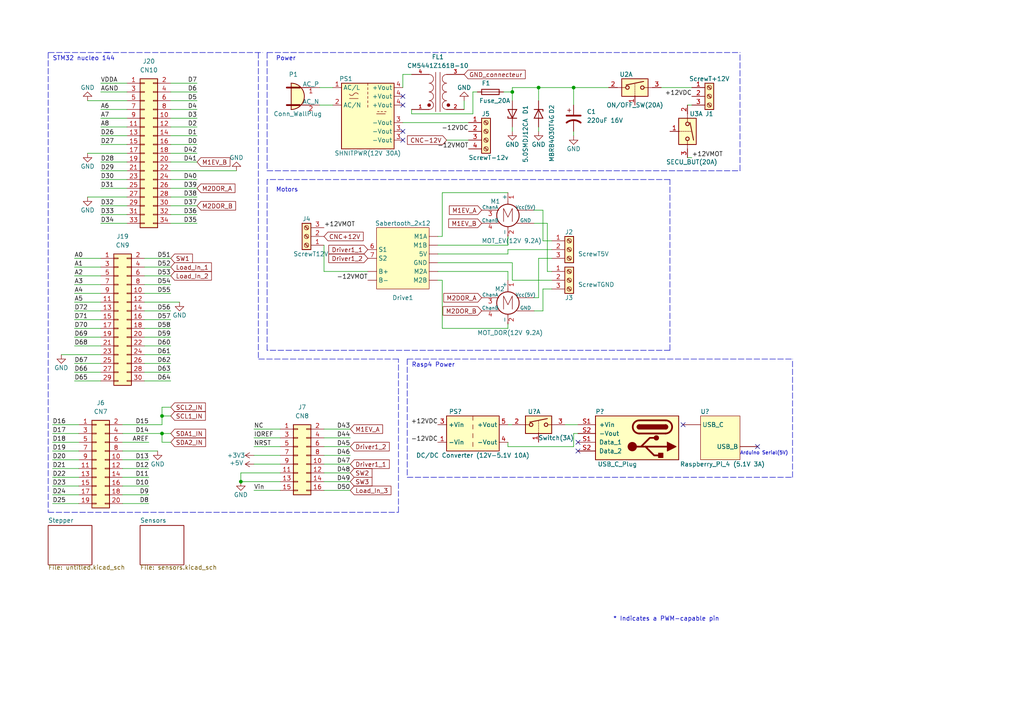
<source format=kicad_sch>
(kicad_sch (version 20211123) (generator eeschema)
  (paper "A4")
  (title_block (title "ExoFlex Electric Schematic") (date "2022-11-01"))
  (lib_symbols
    (symbol "Analog_Switch:DG308AxY"
      (property "Reference" "U" (at -3.175 5.334 0))
      (property "Value" "DG308AxY" (at -3.175 3.556 0))
      (symbol "DG308AxY_1_1"
        (pin input line (at 0 -5.08 90) (length 2.54) (name "~") (number "1"))
        (pin passive line (at -7.62 0 0) (length 2.54) (name "~") (number "2"))
        (pin passive line (at 7.62 0 180) (length 2.54) (name "~") (number "3"))
      )
      (symbol "DG308AxY_2_1"
        (pin passive line (at -7.62 0 0) (length 2.54) (name "~") (number "6"))
        (pin passive line (at 7.62 0 180) (length 2.54) (name "~") (number "7"))
        (pin input line (at 0 -5.08 90) (length 2.54) (name "~") (number "8"))
      )
      (symbol "DG308AxY_3_1"
        (pin passive line (at -7.62 0 0) (length 2.54) (name "~") (number "10"))
        (pin passive line (at 7.62 0 180) (length 2.54) (name "~") (number "11"))
        (pin input line (at 0 -5.08 90) (length 2.54) (name "~") (number "9"))
      )
      (symbol "DG308AxY_4_1"
        (pin passive line (at 7.62 0 180) (length 2.54) (name "~") (number "14"))
        (pin passive line (at -7.62 0 0) (length 2.54) (name "~") (number "15"))
        (pin input line (at 0 -5.08 90) (length 2.54) (name "~") (number "16"))
      )
      (symbol "DG308AxY_5_0"
        (pin no_connect line (at 2.54 10.16 270) (length 2.54) hide (name "NC") (number "12"))
        (pin power_in line (at 0 12.7 270) (length 2.54) (name "V+") (number "13"))
        (pin power_in line (at 2.54 -12.7 90) (length 2.54) (name "V-") (number "4"))
        (pin power_in line (at 0 -12.7 90) (length 2.54) (name "GND") (number "5"))
      )
    )
    (symbol "CM5441Z161B-10:CM5441Z161B-10" (pin_names (offset 1.016))
      (property "Reference" "FL" (at -5.0839 7.6279 0))
      (property "Value" "CM5441Z161B-10" (at -5.0814 -7.6227 0))
      (symbol "CM5441Z161B-10_0_0"
        (pin passive line (at 7.62 5.08 180) (length 5.08) (name "~") (number "1"))
        (pin passive line (at -7.62 5.08 0) (length 5.08) (name "~") (number "2"))
        (pin passive line (at -7.62 -5.08 0) (length 5.08) (name "~") (number "3"))
        (pin passive line (at 7.62 -5.08 180) (length 5.08) (name "~") (number "4"))
      )
    )
    (symbol "Connector:Conn_WallPlug" (pin_names (offset 0))
      (property "Reference" "P" (at -1.27 4.445 0))
      (property "Value" "Conn_WallPlug" (at -5.715 0 90))
      (symbol "Conn_WallPlug_1_1"
        (pin power_out line (at 5.08 2.54 180) (length 5.08) (name "AC_P") (number "1"))
        (pin power_out line (at 5.08 -2.54 180) (length 5.08) (name "AC_N") (number "2"))
      )
    )
    (symbol "Connector:Raspberry_Pi_4"
      (property "Reference" "U?" (at 3.81 -5.08 0))
      (property "Value" "Raspberry_Pi_4 ( 5.1V 3A)" (at 3.81 -1.27 0))
      (symbol "Raspberry_Pi_4_1_1"
        (pin output line (at 13.97 3.81 180) (length 5.08) (name "USB_B") (number ""))
        (pin input line (at -7.62 10.16 0) (length 5.08) (name "USB_C") (number ""))
      )
    )
    (symbol "Connector:Screw_Terminal_01x03" (pin_names (offset 1.016) hide)
      (property "Reference" "J" (at 0 5.08 0))
      (property "Value" "Screw_Terminal_01x03" (at 0 -5.08 0))
      (symbol "Screw_Terminal_01x03_1_1"
        (pin passive line (at -5.08 2.54 0) (length 3.81) (name "Pin_1") (number "1"))
        (pin passive line (at -5.08 0 0) (length 3.81) (name "Pin_2") (number "2"))
        (pin passive line (at -5.08 -2.54 0) (length 3.81) (name "Pin_3") (number "3"))
      )
    )
    (symbol "Connector:Screw_Terminal_01x04" (pin_names (offset 1.016) hide)
      (property "Reference" "J" (at 0 5.08 0))
      (property "Value" "Screw_Terminal_01x04" (at 0 -7.62 0))
      (symbol "Screw_Terminal_01x04_1_1"
        (pin passive line (at -5.08 2.54 0) (length 3.81) (name "Pin_1") (number "1"))
        (pin passive line (at -5.08 0 0) (length 3.81) (name "Pin_2") (number "2"))
        (pin passive line (at -5.08 -2.54 0) (length 3.81) (name "Pin_3") (number "3"))
        (pin passive line (at -5.08 -5.08 0) (length 3.81) (name "Pin_4") (number "4"))
      )
    )
    (symbol "Connector:USB_C_Plug" (pin_names (offset 1.016))
      (property "Reference" "P?" (at 33.02 0 0))
      (property "Value" "USB_C_Plug" (at -22.86 12.7 90))
      (symbol "USB_C_Plug_1_1"
        (pin passive line (at -7.62 -40.64 90) (length 5.08) (name "+Vin") (number "S1"))
        (pin passive line (at -2.54 -40.64 90) (length 5.08) (name "Data_1") (number "S1"))
        (pin passive line (at -5.08 -40.64 90) (length 5.08) (name "-Vout") (number "S2"))
        (pin passive line (at 0 -40.64 90) (length 5.08) (name "Data_2") (number "S2"))
      )
    )
    (symbol "Connector_Generic:Conn_02x08_Odd_Even" (pin_names (offset 1.016) hide)
      (property "Reference" "J" (at 1.27 10.16 0))
      (property "Value" "Conn_02x08_Odd_Even" (at 1.27 -12.7 0))
      (symbol "Conn_02x08_Odd_Even_1_1"
        (pin passive line (at -5.08 7.62 0) (length 3.81) (name "Pin_1") (number "1"))
        (pin passive line (at 7.62 -2.54 180) (length 3.81) (name "Pin_10") (number "10"))
        (pin passive line (at -5.08 -5.08 0) (length 3.81) (name "Pin_11") (number "11"))
        (pin passive line (at 7.62 -5.08 180) (length 3.81) (name "Pin_12") (number "12"))
        (pin passive line (at -5.08 -7.62 0) (length 3.81) (name "Pin_13") (number "13"))
        (pin passive line (at 7.62 -7.62 180) (length 3.81) (name "Pin_14") (number "14"))
        (pin passive line (at -5.08 -10.16 0) (length 3.81) (name "Pin_15") (number "15"))
        (pin passive line (at 7.62 -10.16 180) (length 3.81) (name "Pin_16") (number "16"))
        (pin passive line (at 7.62 7.62 180) (length 3.81) (name "Pin_2") (number "2"))
        (pin passive line (at -5.08 5.08 0) (length 3.81) (name "Pin_3") (number "3"))
        (pin passive line (at 7.62 5.08 180) (length 3.81) (name "Pin_4") (number "4"))
        (pin passive line (at -5.08 2.54 0) (length 3.81) (name "Pin_5") (number "5"))
        (pin passive line (at 7.62 2.54 180) (length 3.81) (name "Pin_6") (number "6"))
        (pin passive line (at -5.08 0 0) (length 3.81) (name "Pin_7") (number "7"))
        (pin passive line (at 7.62 0 180) (length 3.81) (name "Pin_8") (number "8"))
        (pin passive line (at -5.08 -2.54 0) (length 3.81) (name "Pin_9") (number "9"))
      )
    )
    (symbol "Connector_Generic:Conn_02x10_Odd_Even" (pin_names (offset 1.016) hide)
      (property "Reference" "J" (at 1.27 12.7 0))
      (property "Value" "Conn_02x10_Odd_Even" (at 1.27 -15.24 0))
      (symbol "Conn_02x10_Odd_Even_1_1"
        (pin passive line (at -5.08 10.16 0) (length 3.81) (name "Pin_1") (number "1"))
        (pin passive line (at 7.62 0 180) (length 3.81) (name "Pin_10") (number "10"))
        (pin passive line (at -5.08 -2.54 0) (length 3.81) (name "Pin_11") (number "11"))
        (pin passive line (at 7.62 -2.54 180) (length 3.81) (name "Pin_12") (number "12"))
        (pin passive line (at -5.08 -5.08 0) (length 3.81) (name "Pin_13") (number "13"))
        (pin passive line (at 7.62 -5.08 180) (length 3.81) (name "Pin_14") (number "14"))
        (pin passive line (at -5.08 -7.62 0) (length 3.81) (name "Pin_15") (number "15"))
        (pin passive line (at 7.62 -7.62 180) (length 3.81) (name "Pin_16") (number "16"))
        (pin passive line (at -5.08 -10.16 0) (length 3.81) (name "Pin_17") (number "17"))
        (pin passive line (at 7.62 -10.16 180) (length 3.81) (name "Pin_18") (number "18"))
        (pin passive line (at -5.08 -12.7 0) (length 3.81) (name "Pin_19") (number "19"))
        (pin passive line (at 7.62 10.16 180) (length 3.81) (name "Pin_2") (number "2"))
        (pin passive line (at 7.62 -12.7 180) (length 3.81) (name "Pin_20") (number "20"))
        (pin passive line (at -5.08 7.62 0) (length 3.81) (name "Pin_3") (number "3"))
        (pin passive line (at 7.62 7.62 180) (length 3.81) (name "Pin_4") (number "4"))
        (pin passive line (at -5.08 5.08 0) (length 3.81) (name "Pin_5") (number "5"))
        (pin passive line (at 7.62 5.08 180) (length 3.81) (name "Pin_6") (number "6"))
        (pin passive line (at -5.08 2.54 0) (length 3.81) (name "Pin_7") (number "7"))
        (pin passive line (at 7.62 2.54 180) (length 3.81) (name "Pin_8") (number "8"))
        (pin passive line (at -5.08 0 0) (length 3.81) (name "Pin_9") (number "9"))
      )
    )
    (symbol "Connector_Generic:Conn_02x15_Odd_Even" (pin_names (offset 1.016) hide)
      (property "Reference" "J" (at 1.27 20.32 0))
      (property "Value" "Conn_02x15_Odd_Even" (at 1.27 -20.32 0))
      (symbol "Conn_02x15_Odd_Even_1_1"
        (pin passive line (at -5.08 17.78 0) (length 3.81) (name "Pin_1") (number "1"))
        (pin passive line (at 7.62 7.62 180) (length 3.81) (name "Pin_10") (number "10"))
        (pin passive line (at -5.08 5.08 0) (length 3.81) (name "Pin_11") (number "11"))
        (pin passive line (at 7.62 5.08 180) (length 3.81) (name "Pin_12") (number "12"))
        (pin passive line (at -5.08 2.54 0) (length 3.81) (name "Pin_13") (number "13"))
        (pin passive line (at 7.62 2.54 180) (length 3.81) (name "Pin_14") (number "14"))
        (pin passive line (at -5.08 0 0) (length 3.81) (name "Pin_15") (number "15"))
        (pin passive line (at 7.62 0 180) (length 3.81) (name "Pin_16") (number "16"))
        (pin passive line (at -5.08 -2.54 0) (length 3.81) (name "Pin_17") (number "17"))
        (pin passive line (at 7.62 -2.54 180) (length 3.81) (name "Pin_18") (number "18"))
        (pin passive line (at -5.08 -5.08 0) (length 3.81) (name "Pin_19") (number "19"))
        (pin passive line (at 7.62 17.78 180) (length 3.81) (name "Pin_2") (number "2"))
        (pin passive line (at 7.62 -5.08 180) (length 3.81) (name "Pin_20") (number "20"))
        (pin passive line (at -5.08 -7.62 0) (length 3.81) (name "Pin_21") (number "21"))
        (pin passive line (at 7.62 -7.62 180) (length 3.81) (name "Pin_22") (number "22"))
        (pin passive line (at -5.08 -10.16 0) (length 3.81) (name "Pin_23") (number "23"))
        (pin passive line (at 7.62 -10.16 180) (length 3.81) (name "Pin_24") (number "24"))
        (pin passive line (at -5.08 -12.7 0) (length 3.81) (name "Pin_25") (number "25"))
        (pin passive line (at 7.62 -12.7 180) (length 3.81) (name "Pin_26") (number "26"))
        (pin passive line (at -5.08 -15.24 0) (length 3.81) (name "Pin_27") (number "27"))
        (pin passive line (at 7.62 -15.24 180) (length 3.81) (name "Pin_28") (number "28"))
        (pin passive line (at -5.08 -17.78 0) (length 3.81) (name "Pin_29") (number "29"))
        (pin passive line (at -5.08 15.24 0) (length 3.81) (name "Pin_3") (number "3"))
        (pin passive line (at 7.62 -17.78 180) (length 3.81) (name "Pin_30") (number "30"))
        (pin passive line (at 7.62 15.24 180) (length 3.81) (name "Pin_4") (number "4"))
        (pin passive line (at -5.08 12.7 0) (length 3.81) (name "Pin_5") (number "5"))
        (pin passive line (at 7.62 12.7 180) (length 3.81) (name "Pin_6") (number "6"))
        (pin passive line (at -5.08 10.16 0) (length 3.81) (name "Pin_7") (number "7"))
        (pin passive line (at 7.62 10.16 180) (length 3.81) (name "Pin_8") (number "8"))
        (pin passive line (at -5.08 7.62 0) (length 3.81) (name "Pin_9") (number "9"))
      )
    )
    (symbol "Connector_Generic:Conn_02x17_Odd_Even" (pin_names (offset 1.016) hide)
      (property "Reference" "J" (at 1.27 22.86 0))
      (property "Value" "Conn_02x17_Odd_Even" (at 1.27 -22.86 0))
      (symbol "Conn_02x17_Odd_Even_1_1"
        (pin passive line (at -5.08 20.32 0) (length 3.81) (name "Pin_1") (number "1"))
        (pin passive line (at 7.62 10.16 180) (length 3.81) (name "Pin_10") (number "10"))
        (pin passive line (at -5.08 7.62 0) (length 3.81) (name "Pin_11") (number "11"))
        (pin passive line (at 7.62 7.62 180) (length 3.81) (name "Pin_12") (number "12"))
        (pin passive line (at -5.08 5.08 0) (length 3.81) (name "Pin_13") (number "13"))
        (pin passive line (at 7.62 5.08 180) (length 3.81) (name "Pin_14") (number "14"))
        (pin passive line (at -5.08 2.54 0) (length 3.81) (name "Pin_15") (number "15"))
        (pin passive line (at 7.62 2.54 180) (length 3.81) (name "Pin_16") (number "16"))
        (pin passive line (at -5.08 0 0) (length 3.81) (name "Pin_17") (number "17"))
        (pin passive line (at 7.62 0 180) (length 3.81) (name "Pin_18") (number "18"))
        (pin passive line (at -5.08 -2.54 0) (length 3.81) (name "Pin_19") (number "19"))
        (pin passive line (at 7.62 20.32 180) (length 3.81) (name "Pin_2") (number "2"))
        (pin passive line (at 7.62 -2.54 180) (length 3.81) (name "Pin_20") (number "20"))
        (pin passive line (at -5.08 -5.08 0) (length 3.81) (name "Pin_21") (number "21"))
        (pin passive line (at 7.62 -5.08 180) (length 3.81) (name "Pin_22") (number "22"))
        (pin passive line (at -5.08 -7.62 0) (length 3.81) (name "Pin_23") (number "23"))
        (pin passive line (at 7.62 -7.62 180) (length 3.81) (name "Pin_24") (number "24"))
        (pin passive line (at -5.08 -10.16 0) (length 3.81) (name "Pin_25") (number "25"))
        (pin passive line (at 7.62 -10.16 180) (length 3.81) (name "Pin_26") (number "26"))
        (pin passive line (at -5.08 -12.7 0) (length 3.81) (name "Pin_27") (number "27"))
        (pin passive line (at 7.62 -12.7 180) (length 3.81) (name "Pin_28") (number "28"))
        (pin passive line (at -5.08 -15.24 0) (length 3.81) (name "Pin_29") (number "29"))
        (pin passive line (at -5.08 17.78 0) (length 3.81) (name "Pin_3") (number "3"))
        (pin passive line (at 7.62 -15.24 180) (length 3.81) (name "Pin_30") (number "30"))
        (pin passive line (at -5.08 -17.78 0) (length 3.81) (name "Pin_31") (number "31"))
        (pin passive line (at 7.62 -17.78 180) (length 3.81) (name "Pin_32") (number "32"))
        (pin passive line (at -5.08 -20.32 0) (length 3.81) (name "Pin_33") (number "33"))
        (pin passive line (at 7.62 -20.32 180) (length 3.81) (name "Pin_34") (number "34"))
        (pin passive line (at 7.62 17.78 180) (length 3.81) (name "Pin_4") (number "4"))
        (pin passive line (at -5.08 15.24 0) (length 3.81) (name "Pin_5") (number "5"))
        (pin passive line (at 7.62 15.24 180) (length 3.81) (name "Pin_6") (number "6"))
        (pin passive line (at -5.08 12.7 0) (length 3.81) (name "Pin_7") (number "7"))
        (pin passive line (at 7.62 12.7 180) (length 3.81) (name "Pin_8") (number "8"))
        (pin passive line (at -5.08 10.16 0) (length 3.81) (name "Pin_9") (number "9"))
      )
    )
    (symbol "Converter_ACDC:HLK-PM01"
      (property "Reference" "PS1" (at 0 8.89 0))
      (property "Value" "SHNITPWR(12V 30A)" (at 0 6.35 0))
      (symbol "HLK-PM01_1_1"
        (pin power_in line (at -10.16 2.54 0) (length 2.54) (name "AC/L") (number "1"))
        (pin power_in line (at -10.16 -2.54 0) (length 2.54) (name "AC/N") (number "2"))
        (pin power_out line (at 10.16 -12.7 180) (length 2.54) (name "-Vout") (number "3"))
        (pin power_out line (at 10.16 -10.16 180) (length 2.54) (name "-Vout") (number "3"))
        (pin power_out line (at 10.16 -7.62 180) (length 2.54) (name "-Vout") (number "3"))
        (pin power_out line (at 10.16 -2.54 180) (length 2.54) (name "+Vout") (number "4"))
        (pin power_out line (at 10.16 0 180) (length 2.54) (name "+Vout") (number "4"))
        (pin power_out line (at 10.16 2.54 180) (length 2.54) (name "+Vout") (number "4"))
      )
    )
    (symbol "Converter_DCDC:IA0305D"
      (property "Reference" "PS1" (at 0 13.97 0))
      (property "Value" "DC/DC Converter (12V-5.1V 10A)" (at 0 7.62 0))
      (symbol "IA0305D_0_0"
        (pin power_in line (at -10.16 -2.54 0) (length 2.54) (name "-Vin") (number "1"))
        (pin power_in line (at -10.16 2.54 0) (length 2.54) (name "+Vin") (number "3"))
        (pin power_out line (at 10.16 -2.54 180) (length 2.54) (name "-Vout") (number "4"))
        (pin power_out line (at 10.16 2.54 180) (length 2.54) (name "+Vout") (number "5"))
      )
      (symbol "IA0305D_1_1"
        (pin no_connect line (at 0 -5.08 90) (length 2.54) hide (name "NC") (number "2"))
      )
    )
    (symbol "Device:C_Polarized_US" (pin_numbers hide) (pin_names (offset 0.254) hide)
      (property "Reference" "C" (at 0.635 2.54 0))
      (property "Value" "C_Polarized_US" (at 0.635 -2.54 0))
      (symbol "C_Polarized_US_1_1"
        (pin passive line (at 0 3.81 270) (length 2.794) (name "~") (number "1"))
        (pin passive line (at 0 -3.81 90) (length 3.302) (name "~") (number "2"))
      )
    )
    (symbol "Device:D_Zener" (pin_numbers hide) (pin_names (offset 1.016) hide)
      (property "Reference" "D" (at 0 2.54 0))
      (property "Value" "D_Zener" (at 0 -2.54 0))
      (symbol "D_Zener_1_1"
        (pin passive line (at -3.81 0 0) (length 2.54) (name "K") (number "1"))
        (pin passive line (at 3.81 0 180) (length 2.54) (name "A") (number "2"))
      )
    )
    (symbol "Device:Fuse" (pin_numbers hide) (pin_names (offset 0))
      (property "Reference" "F" (at 2.032 0 90))
      (property "Value" "Fuse" (at -1.905 0 90))
      (symbol "Fuse_1_1"
        (pin passive line (at 0 3.81 270) (length 1.27) (name "~") (number "1"))
        (pin passive line (at 0 -3.81 90) (length 1.27) (name "~") (number "2"))
      )
    )
    (symbol "Driver_Motor:Sabertooth_2x12"
      (property "Reference" "Drive1" (at 0 13.97 0))
      (property "Value" "Sabertooth_2x12" (at 0 11.43 0))
      (symbol "Sabertooth_2x12_1_1"
        (pin output line (at 10.16 1.27 180) (length 2.54) (name "5V") (number ""))
        (pin output line (at -10.16 -3.81 0) (length 2.54) (name "B+") (number ""))
        (pin output line (at -10.16 -6.35 0) (length 2.54) (name "B-") (number ""))
        (pin output line (at 10.16 -1.27 180) (length 2.54) (name "GND") (number ""))
        (pin output line (at 10.16 6.35 180) (length 2.54) (name "M1A") (number ""))
        (pin output line (at 10.16 3.81 180) (length 2.54) (name "M1B") (number ""))
        (pin output line (at 10.16 -3.81 180) (length 2.54) (name "M2A") (number ""))
        (pin output line (at 10.16 -6.35 180) (length 2.54) (name "M2B") (number ""))
        (pin input line (at -10.16 2.54 0) (length 2.54) (name "S1") (number "6"))
        (pin input line (at -10.16 0 0) (length 2.54) (name "S2") (number "7"))
      )
    )
    (symbol "Motor_DC_1" (pin_names (offset 0))
      (property "Reference" "M1" (at -5.08 2.54 0))
      (property "Value" "MOT_EV(12V 9.2A)" (at -8.89 6.35 0))
      (symbol "Motor_DC_1_1_1"
        (pin output line (at 7.62 -3.81 180) (length 5) (name "GND") (number ""))
        (pin output line (at 7.62 0 180) (length 5) (name "Vcc(5V)") (number ""))
        (pin passive line (at 0 5.08 270) (length 2.54) (name "+") (number "1"))
        (pin passive line (at 0 -7.62 90) (length 2.54) (name "-") (number "2"))
        (pin output line (at -7.62 0 0) (length 5) (name "ChanA") (number "3"))
        (pin output line (at -7.62 -3.81 0) (length 5) (name "ChanB") (number "4"))
      )
    )
    (symbol "power:+3V3" (power) (pin_names (offset 0))
      (property "Value" "+3V3" (at 0 3.556 0))
      (symbol "+3V3_1_1"
        (pin power_in line (at 0 0 90) (length 0) hide (name "+3V3") (number "1"))
      )
    )
    (symbol "power:+5V" (power) (pin_names (offset 0))
      (property "Value" "+5V" (at 0 3.556 0))
      (symbol "+5V_1_1"
        (pin power_in line (at 0 0 90) (length 0) hide (name "+5V") (number "1"))
      )
    )
    (symbol "power:GND" (power) (pin_names (offset 0))
      (property "Value" "GND" (at 0 -3.81 0))
      (symbol "GND_1_1"
        (pin power_in line (at 0 0 270) (length 0) hide (name "GND") (number "1"))
      )
    )
  )
  (junction (at 156.21 25.4))
  (junction (at 148.59 26.67))
  (junction (at 46.99 125.73))
  (junction (at 166.37 25.4))
  (junction (at 46.99 120.65))
  (junction (at 69.85 139.7))
  (no_connect (at 116.84 40.64))
  (no_connect (at 116.84 30.48))
  (no_connect (at 116.84 27.94))
  (no_connect (at 198.12 123.19))
  (no_connect (at 167.64 130.81))
  (no_connect (at 116.84 38.1))
  (no_connect (at 167.64 128.27))
  (no_connect (at 219.71 129.54))
  (wire (pts (xy 21.59 77.47) (xy 29.21 77.47)))
  (wire (pts (xy 29.21 26.67) (xy 36.83 26.67)))
  (wire (pts (xy 128.27 55.88) (xy 147.32 55.88)))
  (wire (pts (xy 35.56 143.51) (xy 43.18 143.51)))
  (wire (pts (xy 157.48 83.82) (xy 157.48 90.17)))
  (wire (pts (xy 35.56 123.19) (xy 46.99 123.19)))
  (wire (pts (xy 127 73.66) (xy 147.32 73.66)))
  (wire (pts (xy 69.85 139.7) (xy 81.28 139.7)))
  (polyline (pts (xy 118.11 104.14) (xy 229.87 104.14)))
  (wire (pts (xy 93.98 124.46) (xy 101.6 124.46)))
  (wire (pts (xy 49.53 64.77) (xy 57.15 64.77)))
  (wire (pts (xy 21.59 100.33) (xy 29.21 100.33)))
  (wire (pts (xy 41.91 87.63) (xy 52.07 87.63)))
  (wire (pts (xy 156.21 74.93) (xy 156.21 86.36)))
  (wire (pts (xy 21.59 107.95) (xy 29.21 107.95)))
  (polyline (pts (xy 168.91 15.24) (xy 214.63 15.24)))
  (wire (pts (xy 41.91 100.33) (xy 49.53 100.33)))
  (wire (pts (xy 146.05 26.67) (xy 148.59 26.67)))
  (wire (pts (xy 15.24 133.35) (xy 22.86 133.35)))
  (polyline (pts (xy 118.11 138.43) (xy 229.87 138.43)))
  (polyline (pts (xy 77.47 15.24) (xy 77.47 49.53)))
  (polyline (pts (xy 115.57 104.14) (xy 74.93 104.14)))
  (wire (pts (xy 41.91 105.41) (xy 49.53 105.41)))
  (wire (pts (xy 156.21 25.4) (xy 156.21 29.21)))
  (wire (pts (xy 166.37 38.1) (xy 166.37 39.37)))
  (wire (pts (xy 15.24 146.05) (xy 22.86 146.05)))
  (wire (pts (xy 148.59 38.1) (xy 148.59 36.83)))
  (wire (pts (xy 21.59 110.49) (xy 29.21 110.49)))
  (polyline (pts (xy 13.97 15.24) (xy 13.97 148.59)))
  (polyline (pts (xy 115.57 148.59) (xy 115.57 114.3)))
  (polyline (pts (xy 118.11 104.14) (xy 118.11 138.43)))
  (wire (pts (xy 35.56 135.89) (xy 43.18 135.89)))
  (wire (pts (xy 73.66 129.54) (xy 81.28 129.54)))
  (wire (pts (xy 41.91 95.25) (xy 49.53 95.25)))
  (polyline (pts (xy 229.87 138.43) (xy 229.87 104.14)))
  (wire (pts (xy 49.53 24.13) (xy 57.15 24.13)))
  (wire (pts (xy 41.91 80.01) (xy 49.53 80.01)))
  (wire (pts (xy 128.27 55.88) (xy 128.27 68.58)))
  (wire (pts (xy 46.99 125.73) (xy 46.99 128.27)))
  (wire (pts (xy 148.59 76.2) (xy 148.59 81.28)))
  (wire (pts (xy 15.24 138.43) (xy 22.86 138.43)))
  (wire (pts (xy 41.91 82.55) (xy 49.53 82.55)))
  (wire (pts (xy 129.54 40.64) (xy 135.89 40.64)))
  (wire (pts (xy 93.98 78.74) (xy 106.68 78.74)))
  (wire (pts (xy 49.53 31.75) (xy 57.15 31.75)))
  (wire (pts (xy 127 76.2) (xy 148.59 76.2)))
  (polyline (pts (xy 194.31 101.6) (xy 194.31 52.07)))
  (wire (pts (xy 46.99 120.65) (xy 46.99 123.19)))
  (wire (pts (xy 15.24 125.73) (xy 22.86 125.73)))
  (wire (pts (xy 49.53 52.07) (xy 57.15 52.07)))
  (wire (pts (xy 29.21 41.91) (xy 36.83 41.91)))
  (wire (pts (xy 21.59 95.25) (xy 29.21 95.25)))
  (wire (pts (xy 148.59 81.28) (xy 160.02 81.28)))
  (wire (pts (xy 21.59 74.93) (xy 29.21 74.93)))
  (wire (pts (xy 29.21 62.23) (xy 36.83 62.23)))
  (wire (pts (xy 156.21 25.4) (xy 166.37 25.4)))
  (wire (pts (xy 25.4 29.21) (xy 36.83 29.21)))
  (wire (pts (xy 191.77 25.4) (xy 200.66 25.4)))
  (wire (pts (xy 21.59 97.79) (xy 29.21 97.79)))
  (wire (pts (xy 41.91 74.93) (xy 49.53 74.93)))
  (wire (pts (xy 41.91 107.95) (xy 49.53 107.95)))
  (wire (pts (xy 137.16 26.67) (xy 137.16 33.02)))
  (wire (pts (xy 69.85 137.16) (xy 81.28 137.16)))
  (wire (pts (xy 15.24 135.89) (xy 22.86 135.89)))
  (wire (pts (xy 73.66 142.24) (xy 81.28 142.24)))
  (wire (pts (xy 46.99 118.11) (xy 46.99 120.65)))
  (wire (pts (xy 73.66 124.46) (xy 81.28 124.46)))
  (wire (pts (xy 49.53 118.11) (xy 46.99 118.11)))
  (wire (pts (xy 147.32 68.58) (xy 147.32 71.12)))
  (wire (pts (xy 35.56 128.27) (xy 43.18 128.27)))
  (polyline (pts (xy 168.91 49.53) (xy 214.63 49.53)))
  (wire (pts (xy 116.84 21.59) (xy 119.38 21.59)))
  (wire (pts (xy 17.78 102.87) (xy 29.21 102.87)))
  (wire (pts (xy 93.98 127) (xy 101.6 127)))
  (wire (pts (xy 148.59 26.67) (xy 148.59 29.21)))
  (wire (pts (xy 137.16 26.67) (xy 138.43 26.67)))
  (wire (pts (xy 41.91 110.49) (xy 49.53 110.49)))
  (wire (pts (xy 21.59 90.17) (xy 29.21 90.17)))
  (wire (pts (xy 49.53 59.69) (xy 57.15 59.69)))
  (wire (pts (xy 166.37 25.4) (xy 176.53 25.4)))
  (wire (pts (xy 147.32 95.25) (xy 147.32 93.98)))
  (wire (pts (xy 156.21 36.83) (xy 156.21 38.1)))
  (wire (pts (xy 21.59 80.01) (xy 29.21 80.01)))
  (wire (pts (xy 15.24 123.19) (xy 22.86 123.19)))
  (wire (pts (xy 128.27 68.58) (xy 127 68.58)))
  (wire (pts (xy 147.32 129.54) (xy 166.37 129.54)))
  (wire (pts (xy 49.53 39.37) (xy 57.15 39.37)))
  (wire (pts (xy 29.21 59.69) (xy 36.83 59.69)))
  (polyline (pts (xy 77.47 15.24) (xy 168.91 15.24)))
  (wire (pts (xy 35.56 140.97) (xy 43.18 140.97)))
  (polyline (pts (xy 13.97 148.59) (xy 76.2 148.59)))
  (polyline (pts (xy 115.57 114.3) (xy 115.57 104.14)))
  (wire (pts (xy 35.56 133.35) (xy 43.18 133.35)))
  (wire (pts (xy 41.91 85.09) (xy 49.53 85.09)))
  (wire (pts (xy 29.21 64.77) (xy 36.83 64.77)))
  (wire (pts (xy 49.53 44.45) (xy 57.15 44.45)))
  (wire (pts (xy 29.21 39.37) (xy 36.83 39.37)))
  (wire (pts (xy 29.21 31.75) (xy 36.83 31.75)))
  (wire (pts (xy 157.48 83.82) (xy 160.02 83.82)))
  (wire (pts (xy 160.02 78.74) (xy 158.75 78.74)))
  (wire (pts (xy 127 71.12) (xy 147.32 71.12)))
  (wire (pts (xy 46.99 128.27) (xy 49.53 128.27)))
  (wire (pts (xy 147.32 129.54) (xy 147.32 128.27)))
  (wire (pts (xy 29.21 36.83) (xy 36.83 36.83)))
  (wire (pts (xy 148.59 25.4) (xy 148.59 26.67)))
  (wire (pts (xy 15.24 130.81) (xy 22.86 130.81)))
  (wire (pts (xy 147.32 81.28) (xy 147.32 78.74)))
  (wire (pts (xy 128.27 95.25) (xy 147.32 95.25)))
  (wire (pts (xy 127 78.74) (xy 147.32 78.74)))
  (wire (pts (xy 93.98 132.08) (xy 101.6 132.08)))
  (wire (pts (xy 21.59 105.41) (xy 29.21 105.41)))
  (wire (pts (xy 93.98 137.16) (xy 101.6 137.16)))
  (wire (pts (xy 119.38 33.02) (xy 137.16 33.02)))
  (wire (pts (xy 93.98 129.54) (xy 101.6 129.54)))
  (wire (pts (xy 166.37 25.4) (xy 166.37 30.48)))
  (wire (pts (xy 134.62 29.21) (xy 134.62 31.75)))
  (wire (pts (xy 73.66 127) (xy 81.28 127)))
  (wire (pts (xy 29.21 34.29) (xy 36.83 34.29)))
  (wire (pts (xy 29.21 54.61) (xy 36.83 54.61)))
  (wire (pts (xy 73.66 132.08) (xy 81.28 132.08)))
  (wire (pts (xy 35.56 138.43) (xy 43.18 138.43)))
  (wire (pts (xy 93.98 134.62) (xy 101.6 134.62)))
  (wire (pts (xy 21.59 85.09) (xy 29.21 85.09)))
  (wire (pts (xy 35.56 146.05) (xy 43.18 146.05)))
  (polyline (pts (xy 77.47 49.53) (xy 168.91 49.53)))
  (wire (pts (xy 35.56 125.73) (xy 46.99 125.73)))
  (wire (pts (xy 49.53 125.73) (xy 46.99 125.73)))
  (wire (pts (xy 41.91 90.17) (xy 49.53 90.17)))
  (wire (pts (xy 160.02 74.93) (xy 156.21 74.93)))
  (wire (pts (xy 154.94 86.36) (xy 156.21 86.36)))
  (wire (pts (xy 154.94 64.77) (xy 158.75 64.77)))
  (wire (pts (xy 116.84 25.4) (xy 116.84 21.59)))
  (wire (pts (xy 154.94 90.17) (xy 157.48 90.17)))
  (polyline (pts (xy 194.31 52.07) (xy 77.47 52.07)))
  (polyline (pts (xy 214.63 49.53) (xy 214.63 15.24)))
  (wire (pts (xy 49.53 54.61) (xy 57.15 54.61)))
  (wire (pts (xy 21.59 92.71) (xy 29.21 92.71)))
  (wire (pts (xy 69.85 137.16) (xy 69.85 139.7)))
  (wire (pts (xy 93.98 142.24) (xy 101.6 142.24)))
  (wire (pts (xy 92.71 30.48) (xy 96.52 30.48)))
  (wire (pts (xy 49.53 49.53) (xy 68.58 49.53)))
  (wire (pts (xy 93.98 139.7) (xy 101.6 139.7)))
  (wire (pts (xy 154.94 60.96) (xy 157.48 60.96)))
  (wire (pts (xy 92.71 25.4) (xy 96.52 25.4)))
  (wire (pts (xy 41.91 102.87) (xy 49.53 102.87)))
  (wire (pts (xy 199.39 30.48) (xy 200.66 30.48)))
  (wire (pts (xy 128.27 81.28) (xy 127 81.28)))
  (wire (pts (xy 15.24 128.27) (xy 22.86 128.27)))
  (wire (pts (xy 199.39 45.72) (xy 200.66 45.72)))
  (wire (pts (xy 29.21 49.53) (xy 36.83 49.53)))
  (polyline (pts (xy 77.47 101.6) (xy 77.47 52.07)))
  (wire (pts (xy 25.4 44.45) (xy 36.83 44.45)))
  (wire (pts (xy 21.59 82.55) (xy 29.21 82.55)))
  (wire (pts (xy 15.24 143.51) (xy 22.86 143.51)))
  (polyline (pts (xy 74.93 15.24) (xy 74.93 104.14)))
  (polyline (pts (xy 194.31 101.6) (xy 77.47 101.6)))
  (wire (pts (xy 25.4 57.15) (xy 36.83 57.15)))
  (wire (pts (xy 29.21 46.99) (xy 36.83 46.99)))
  (wire (pts (xy 157.48 69.85) (xy 157.48 60.96)))
  (wire (pts (xy 148.59 25.4) (xy 156.21 25.4)))
  (wire (pts (xy 116.84 35.56) (xy 135.89 35.56)))
  (wire (pts (xy 163.83 123.19) (xy 167.64 123.19)))
  (wire (pts (xy 35.56 130.81) (xy 45.72 130.81)))
  (wire (pts (xy 157.48 69.85) (xy 160.02 69.85)))
  (wire (pts (xy 49.53 36.83) (xy 57.15 36.83)))
  (polyline (pts (xy 76.2 148.59) (xy 115.57 148.59)))
  (wire (pts (xy 49.53 46.99) (xy 57.15 46.99)))
  (wire (pts (xy 158.75 78.74) (xy 158.75 64.77)))
  (wire (pts (xy 147.32 72.39) (xy 160.02 72.39)))
  (wire (pts (xy 41.91 77.47) (xy 49.53 77.47)))
  (wire (pts (xy 49.53 41.91) (xy 57.15 41.91)))
  (wire (pts (xy 41.91 92.71) (xy 49.53 92.71)))
  (wire (pts (xy 166.37 125.73) (xy 167.64 125.73)))
  (wire (pts (xy 73.66 134.62) (xy 81.28 134.62)))
  (wire (pts (xy 49.53 34.29) (xy 57.15 34.29)))
  (wire (pts (xy 29.21 52.07) (xy 36.83 52.07)))
  (wire (pts (xy 49.53 26.67) (xy 57.15 26.67)))
  (polyline (pts (xy 30.48 15.24) (xy 76.2 15.24)))
  (wire (pts (xy 21.59 87.63) (xy 29.21 87.63)))
  (wire (pts (xy 49.53 29.21) (xy 57.15 29.21)))
  (wire (pts (xy 49.53 62.23) (xy 57.15 62.23)))
  (wire (pts (xy 166.37 129.54) (xy 166.37 125.73)))
  (wire (pts (xy 147.32 123.19) (xy 148.59 123.19)))
  (wire (pts (xy 15.24 140.97) (xy 22.86 140.97)))
  (wire (pts (xy 29.21 24.13) (xy 36.83 24.13)))
  (wire (pts (xy 147.32 73.66) (xy 147.32 72.39)))
  (wire (pts (xy 119.38 31.75) (xy 119.38 33.02)))
  (polyline (pts (xy 31.75 15.24) (xy 13.97 15.24)))
  (wire (pts (xy 49.53 57.15) (xy 57.15 57.15)))
  (wire (pts (xy 41.91 97.79) (xy 49.53 97.79)))
  (wire (pts (xy 128.27 95.25) (xy 128.27 81.28)))
  (wire (pts (xy 49.53 120.65) (xy 46.99 120.65)))
  (wire (pts (xy 93.98 71.12) (xy 93.98 78.74)))
  (text "Motors" (at 80.01 55.88 0) (effects (font (size 1.27 1.27)) (justify left bottom)))
  (text "STM32 nucleo 144" (at 15.24 17.78 0) (effects (font (size 1.27 1.27)) (justify left bottom)))
  (text "Rasp4 Power" (at 119.38 106.68 0) (effects (font (size 1.27 1.27)) (justify left bottom)))
  (text "Arduino Serial(5V)" (at 214.63 132.08 0) (effects (font (size 1 1)) (justify left bottom)))
  (text "Power" (at 80.01 17.78 0) (effects (font (size 1.27 1.27)) (justify left bottom)))
  (text "* Indicates a PWM-capable pin" (at 177.8 180.34 0) (effects (font (size 1.27 1.27)) (justify left bottom)))
  (label "D48" (at 101.6 137.16 180))
  (label "D18" (at 15.24 128.27 0))
  (label "D19" (at 15.24 130.81 0))
  (label "D24" (at 15.24 143.51 0))
  (label "D44" (at 101.6 127 180))
  (label "A3" (at 21.59 82.55 0))
  (label "D33" (at 29.21 62.23 0))
  (label "D46" (at 101.6 132.08 180))
  (label "D16" (at 15.24 123.19 0))
  (label "D61" (at 49.53 102.87 180))
  (label "D14" (at 43.18 125.73 180))
  (label "A7" (at 29.21 34.29 0))
  (label "D25" (at 15.24 146.05 0))
  (label "D26" (at 29.21 39.37 0))
  (label "A4" (at 21.59 85.09 0))
  (label "D45" (at 101.6 129.54 180))
  (label "D49" (at 101.6 139.7 180))
  (label "D50" (at 101.6 142.24 180))
  (label "A6" (at 29.21 31.75 0))
  (label "D28" (at 29.21 46.99 0))
  (label "D38" (at 57.15 57.15 180))
  (label "D0" (at 57.15 41.91 180))
  (label "D71" (at 21.59 92.71 0))
  (label "D2" (at 57.15 36.83 180))
  (label "+12VDC" (at 200.66 27.94 180))
  (label "D15" (at 43.18 123.19 180))
  (label "D35" (at 57.15 64.77 180))
  (label "-12VMOT" (at 135.89 43.18 180))
  (label "D59" (at 49.53 97.79 180))
  (label "D4" (at 57.15 31.75 180))
  (label "D52" (at 49.53 77.47 180))
  (label "D53" (at 49.53 80.01 180))
  (label "D34" (at 29.21 64.77 0))
  (label "D30" (at 29.21 52.07 0))
  (label "D3" (at 57.15 34.29 180))
  (label "D65" (at 21.59 110.49 0))
  (label "D36" (at 57.15 62.23 180))
  (label "D9" (at 43.18 143.51 180))
  (label "+12VMOT" (at 200.66 45.72 0))
  (label "D72" (at 21.59 90.17 0))
  (label "D64" (at 49.53 110.49 180))
  (label "NRST" (at 73.66 129.54 0))
  (label "D40" (at 57.15 52.07 180))
  (label "D23" (at 15.24 140.97 0))
  (label "D13" (at 43.18 133.35 180))
  (label "IOREF" (at 73.66 127 0))
  (label "D62" (at 49.53 105.41 180))
  (label "AREF" (at 43.18 128.27 180))
  (label "D39" (at 57.15 54.61 180))
  (label "VDDA" (at 29.21 24.13 0))
  (label "-12VDC" (at 135.89 38.1 180))
  (label "Vin" (at 73.66 142.24 0))
  (label "D29" (at 29.21 49.53 0))
  (label "D56" (at 49.53 90.17 180))
  (label "-12VDC" (at 127 128.27 180))
  (label "D42" (at 57.15 44.45 180))
  (label "D12" (at 43.18 135.89 180))
  (label "D43" (at 101.6 124.46 180))
  (label "A2" (at 21.59 80.01 0))
  (label "D51" (at 49.53 74.93 180))
  (label "D66" (at 21.59 107.95 0))
  (label "D10" (at 43.18 140.97 180))
  (label "D60" (at 49.53 100.33 180))
  (label "NC" (at 73.66 124.46 0))
  (label "D27" (at 29.21 41.91 0))
  (label "D57" (at 49.53 92.71 180))
  (label "AGND" (at 29.21 26.67 0))
  (label "D54" (at 49.53 82.55 180))
  (label "D17" (at 15.24 125.73 0))
  (label "D55" (at 49.53 85.09 180))
  (label "A8" (at 29.21 36.83 0))
  (label "D68" (at 21.59 100.33 0))
  (label "D70" (at 21.59 95.25 0))
  (label "D22" (at 15.24 138.43 0))
  (label "D7" (at 57.15 24.13 180))
  (label "A5" (at 21.59 87.63 0))
  (label "D47" (at 101.6 134.62 180))
  (label "D67" (at 21.59 105.41 0))
  (label "D6" (at 57.15 26.67 180))
  (label "D58" (at 49.53 95.25 180))
  (label "D21" (at 15.24 135.89 0))
  (label "D37" (at 57.15 59.69 180))
  (label "D20" (at 15.24 133.35 0))
  (label "D31" (at 29.21 54.61 0))
  (label "A1" (at 21.59 77.47 0))
  (label "D8" (at 43.18 146.05 180))
  (label "A0" (at 21.59 74.93 0))
  (label "D41" (at 57.15 46.99 180))
  (label "-12VMOT" (at 106.68 81.28 180))
  (label "D1" (at 57.15 39.37 180))
  (label "D69" (at 21.59 97.79 0))
  (label "D32" (at 29.21 59.69 0))
  (label "D63" (at 49.53 107.95 180))
  (label "D5" (at 57.15 29.21 180))
  (label "+12VDC" (at 127 123.19 180))
  (label "D11" (at 43.18 138.43 180))
  (label "+12VMOT" (at 93.98 66.04 0))
  (global_label "SW1" (shape input) (at 49.53 74.93 0) (property "Intersheet References" "${INTERSHEET_REFS}" (effects hide)))
  (global_label "M2DOR_B" (shape input) (at 139.7 90.17 180) (property "Intersheet References" "${INTERSHEET_REFS}" (effects hide)))
  (global_label "Driver1_2" (shape input) (at 106.68 74.93 180) (property "Intersheet References" "${INTERSHEET_REFS}" (effects hide)))
  (global_label "SCL2_IN" (shape input) (at 49.53 118.11 0) (property "Intersheet References" "${INTERSHEET_REFS}" (effects hide)))
  (global_label "M2DOR_A" (shape input) (at 57.15 54.61 0) (property "Intersheet References" "${INTERSHEET_REFS}" (effects hide)))
  (global_label "Driver1_1" (shape input) (at 101.6 134.62 0) (property "Intersheet References" "${INTERSHEET_REFS}" (effects hide)))
  (global_label "CNC+12V" (shape input) (at 93.98 68.58 0) (property "Intersheet References" "${INTERSHEET_REFS}" (effects hide)))
  (global_label "SDA2_IN" (shape input) (at 49.53 128.27 0) (property "Intersheet References" "${INTERSHEET_REFS}" (effects hide)))
  (global_label "SCL1_IN" (shape input) (at 49.53 120.65 0) (property "Intersheet References" "${INTERSHEET_REFS}" (effects hide)))
  (global_label "M2DOR_B" (shape input) (at 57.15 59.69 0) (property "Intersheet References" "${INTERSHEET_REFS}" (effects hide)))
  (global_label "Load_In_1" (shape input) (at 49.53 77.47 0) (property "Intersheet References" "${INTERSHEET_REFS}" (effects hide)))
  (global_label "M1EV_A" (shape input) (at 139.7 60.96 180) (property "Intersheet References" "${INTERSHEET_REFS}" (effects hide)))
  (global_label "M1EV_B" (shape input) (at 57.15 46.99 0) (property "Intersheet References" "${INTERSHEET_REFS}" (effects hide)))
  (global_label "M1EV_B" (shape input) (at 139.7 64.77 180) (property "Intersheet References" "${INTERSHEET_REFS}" (effects hide)))
  (global_label "SDA1_IN" (shape input) (at 49.53 125.73 0) (property "Intersheet References" "${INTERSHEET_REFS}" (effects hide)))
  (global_label "M1EV_A" (shape input) (at 101.6 124.46 0) (property "Intersheet References" "${INTERSHEET_REFS}" (effects hide)))
  (global_label "SW2" (shape input) (at 101.6 137.16 0) (property "Intersheet References" "${INTERSHEET_REFS}" (effects hide)))
  (global_label "Load_In_2" (shape input) (at 49.53 80.01 0) (property "Intersheet References" "${INTERSHEET_REFS}" (effects hide)))
  (global_label "Driver1_1" (shape input) (at 106.68 72.39 180) (property "Intersheet References" "${INTERSHEET_REFS}" (effects hide)))
  (global_label "CNC-12V" (shape input) (at 129.54 40.64 180) (property "Intersheet References" "${INTERSHEET_REFS}" (effects hide)))
  (global_label "GND_connecteur" (shape input) (at 134.62 21.59 0) (property "Intersheet References" "${INTERSHEET_REFS}" (effects hide)))
  (global_label "SW3" (shape input) (at 101.6 139.7 0) (property "Intersheet References" "${INTERSHEET_REFS}" (effects hide)))
  (global_label "Load_In_3" (shape input) (at 101.6 142.24 0) (property "Intersheet References" "${INTERSHEET_REFS}" (effects hide)))
  (global_label "Driver1_2" (shape input) (at 101.6 129.54 0) (property "Intersheet References" "${INTERSHEET_REFS}" (effects hide)))
  (global_label "M2DOR_A" (shape input) (at 139.7 86.36 180) (property "Intersheet References" "${INTERSHEET_REFS}" (effects hide)))
  (symbol (lib_id "power:GND") (at 166.37 39.37 0) (unit 1)
    (property "Reference" "#PWR?" (effects hide))
    (property "Value" "GND" (at 166.37 43.18 0))
  )
  (symbol (lib_id "Converter_ACDC:HLK-PM01") (at 106.68 27.94 0) (unit 1)
    (property "Reference" "PS1" (at 100.33 22.86 0))
    (property "Value" "SHNITPWR(12V 30A)" (at 106.68 44.45 0))
    (property "Footprint" "Converter_ACDC:Converter_ACDC_HiLink_HLK-PMxx" (effects hide))
    (property "Datasheet" "http://www.hlktech.net/product_detail.php?ProId=54" (effects hide))
  )
  (symbol (lib_id "Connector:USB_C_Plug") (at 208.28 130.81 270) (unit 1)
    (property "Reference" "P?" (at 173.99 119.38 90))
    (property "Value" "USB_C_Plug" (at 179.07 134.62 90))
    (property "Datasheet" "https://www.usb.org/sites/default/files/documents/usb_type-c.zip" (effects hide))
  )
  (symbol (lib_id "power:GND") (at 69.85 139.7 0) (unit 1)
    (property "Reference" "#PWR?" (effects hide))
    (property "Value" "GND" (at 69.85 143.51 0))
  )
  (symbol (lib_id "Connector_Generic:Conn_02x08_Odd_Even") (at 86.36 132.08 0) (unit 1)
    (property "Reference" "J7" (at 87.63 118.11 0))
    (property "Value" "CN8" (at 87.63 120.65 0))
    (property "Footprint" "Connector_PinSocket_2.54mm:PinSocket_2x08_P2.54mm_Vertical" (effects hide))
  )
  (symbol (lib_id "Connector_Generic:Conn_02x15_Odd_Even") (at 34.29 92.71 0) (unit 1)
    (property "Reference" "J19" (at 35.56 68.58 0))
    (property "Value" "CN9" (at 35.56 71.12 0))
    (property "Footprint" "Connector_PinSocket_2.54mm:PinSocket_2x15_P2.54mm_Vertical" (effects hide))
  )
  (symbol (lib_id "power:GND") (at 25.4 44.45 0) (unit 1)
    (property "Reference" "#PWR?" (effects hide))
    (property "Value" "GND" (at 25.4 48.26 0))
  )
  (symbol (lib_id "Analog_Switch:DG308AxY") (at 199.39 38.1 270) (unit 1)
    (property "Reference" "U3" (at 201.93 33.02 90))
    (property "Value" "SECU_BUT(20A)" (at 200.66 46.99 90))
    (property "Footprint" "Package_SO:SOIC-16_3.9x9.9mm_P1.27mm" (effects hide))
    (property "Datasheet" "http://pdf.datasheetcatalog.com/datasheets/70/494502_DS.pdf" (effects hide))
  )
  (symbol (lib_id "Connector:Screw_Terminal_01x04") (at 140.97 38.1 0) (unit 1)
    (property "Reference" "J5" (at 139.7 33.02 0) (effects (justify left)))
    (property "Value" "ScrewT-12v" (at 135.89 45.72 0) (effects (justify left)))
  )
  (symbol (lib_id "Analog_Switch:DG308AxY") (at 184.15 25.4 0) (unit 1)
    (property "Reference" "U2" (at 181.61 21.59 0))
    (property "Value" "ON/OFF_SW(20A)" (at 184.15 30.48 0))
    (property "Footprint" "Package_SO:SOIC-16_3.9x9.9mm_P1.27mm" (effects hide))
    (property "Datasheet" "http://pdf.datasheetcatalog.com/datasheets/70/494502_DS.pdf" (effects hide))
  )
  (symbol (lib_id "Device:D_Zener") (at 148.59 33.02 90) (unit 1)
    (property "Reference" "D1" (at 152.4 30.48 0) (effects (justify right)))
    (property "Value" "5.0SMDJ12CA" (at 152.4 34.29 0) (effects (justify right)))
  )
  (symbol (lib_name "Motor_DC_1") (lib_id "Motor:Motor_DC") (at 147.32 86.36 0) (unit 1)
    (property "Reference" "M2" (at 143.51 83.82 0) (effects (justify left)))
    (property "Value" "MOT_DOR(12V 9.2A)" (at 138.43 96.52 0) (effects (justify left)))
  )
  (symbol (lib_id "power:GND") (at 134.62 29.21 180) (unit 1)
    (property "Reference" "#PWR?" (effects hide))
    (property "Value" "GND" (at 134.62 25.4 0))
  )
  (symbol (lib_id "Connector:Conn_WallPlug") (at 87.63 27.94 0) (unit 1)
    (property "Reference" "P1" (at 85.09 21.59 0))
    (property "Value" "Conn_WallPlug" (at 86.36 33.02 0))
  )
  (symbol (lib_id "power:GND") (at 25.4 29.21 180) (unit 1)
    (property "Reference" "#PWR?" (effects hide))
    (property "Value" "GND" (at 25.4 25.4 0))
  )
  (symbol (lib_id "CM5441Z161B-10:CM5441Z161B-10") (at 127 26.67 180) (unit 1)
    (property "Reference" "FL1" (at 127 16.51 0))
    (property "Value" "CM5441Z161B-10" (at 127 19.05 0))
    (property "Footprint" "FIL_CM5441Z161B-10" (effects hide))
    (property "PARTREV" "E" (effects hide))
    (property "STANDARD" "Manufacturer Recommendations" (effects hide))
    (property "MAXIMUM_PACKAGE_HEIGHT" "10.77 mm" (effects hide))
    (property "MANUFACTURER" "Laird" (effects hide))
  )
  (symbol (lib_id "Device:Fuse") (at 142.24 26.67 90) (unit 1)
    (property "Reference" "F1" (at 140.97 24.13 90))
    (property "Value" "Fuse_20A" (at 143.51 29.21 90))
  )
  (symbol (lib_id "power:GND") (at 156.21 38.1 0) (unit 1)
    (property "Reference" "#PWR?" (effects hide))
    (property "Value" "GND" (at 156.21 41.91 0))
  )
  (symbol (lib_id "Connector:Screw_Terminal_01x03") (at 88.9 68.58 180) (unit 1)
    (property "Reference" "J4" (at 88.9 63.5 0))
    (property "Value" "ScrewT12V" (at 90.17 73.66 0))
  )
  (symbol (lib_name "Motor_DC_1") (lib_id "Motor:Motor_DC") (at 147.32 60.96 0) (unit 1)
    (property "Reference" "M1" (at 142.24 58.42 0) (effects (justify left)))
    (property "Value" "MOT_EV(12V 9.2A)" (at 139.7 69.85 0) (effects (justify left)))
  )
  (symbol (lib_id "Connector:Raspberry_Pi_4") (at 205.74 133.35 0) (unit 1)
    (property "Reference" "U?" (at 204.47 119.38 0))
    (property "Value" "Raspberry_Pi_4 (5.1V 3A)" (at 209.55 134.62 0))
  )
  (symbol (lib_id "Device:C_Polarized_US") (at 166.37 34.29 0) (unit 1)
    (property "Reference" "C1" (at 170.18 32.3849 0) (effects (justify left)))
    (property "Value" "220uF 16V" (at 170.18 34.9249 0) (effects (justify left)))
  )
  (symbol (lib_id "Connector:Screw_Terminal_01x03") (at 165.1 72.39 0) (unit 1)
    (property "Reference" "J2" (at 163.83 67.31 0) (effects (justify left)))
    (property "Value" "ScrewT5V" (at 167.64 73.6599 0) (effects (justify left)))
  )
  (symbol (lib_id "Driver_Motor:Sabertooth_2x12") (at 116.84 74.93 0) (unit 1)
    (property "Reference" "Drive1" (at 116.84 86.36 0))
    (property "Value" "Sabertooth_2x12" (at 116.84 64.77 0))
  )
  (symbol (lib_id "power:+3V3") (at 73.66 132.08 90) (unit 1)
    (property "Reference" "#PWR?" (effects hide))
    (property "Value" "+3.3V" (at 71.12 132.08 90) (effects (justify left)))
  )
  (symbol (lib_id "power:GND") (at 17.78 102.87 0) (unit 1)
    (property "Reference" "#PWR?" (effects hide))
    (property "Value" "GND" (at 17.78 106.68 0))
  )
  (symbol (lib_id "power:GND") (at 68.58 49.53 180) (unit 1)
    (property "Reference" "#PWR?" (effects hide))
    (property "Value" "GND" (at 68.58 45.72 0))
  )
  (symbol (lib_id "Connector:Screw_Terminal_01x03") (at 205.74 27.94 0) (unit 1)
    (property "Reference" "J1" (at 205.74 33.02 0))
    (property "Value" "ScrewT+12V" (at 205.74 22.86 0))
  )
  (symbol (lib_id "power:GND") (at 52.07 87.63 0) (unit 1)
    (property "Reference" "#PWR?" (effects hide))
    (property "Value" "GND" (at 52.07 91.44 0))
  )
  (symbol (lib_id "power:GND") (at 148.59 38.1 0) (unit 1)
    (property "Reference" "#PWR?" (effects hide))
    (property "Value" "GND" (at 148.59 41.91 0))
  )
  (symbol (lib_id "Connector_Generic:Conn_02x17_Odd_Even") (at 41.91 44.45 0) (unit 1)
    (property "Reference" "J20" (at 43.18 17.78 0))
    (property "Value" "CN10" (at 43.18 20.32 0))
    (property "Footprint" "Connector_PinSocket_2.54mm:PinSocket_2x17_P2.54mm_Vertical" (effects hide))
  )
  (symbol (lib_id "Converter_DCDC:IA0305D") (at 137.16 125.73 0) (unit 1)
    (property "Reference" "PS?" (at 132.08 119.38 0))
    (property "Value" "DC/DC Converter (12V-5.1V 10A)" (at 137.16 132.08 0))
    (property "Footprint" "Converter_DCDC:Converter_DCDC_XP_POWER-IAxxxxD_THT" (effects hide))
    (property "Datasheet" "https://www.xppower.com/pdfs/SF_IA.pdf" (effects hide))
  )
  (symbol (lib_id "power:GND") (at 45.72 130.81 0) (unit 1)
    (property "Reference" "#PWR?" (effects hide))
    (property "Value" "GND" (at 45.72 134.62 0))
  )
  (symbol (lib_id "power:+5V") (at 73.66 134.62 90) (unit 1)
    (property "Reference" "#PWR?" (effects hide))
    (property "Value" "+5V" (at 70.612 134.2644 90) (effects (justify left)))
  )
  (symbol (lib_id "Connector:Screw_Terminal_01x03") (at 165.1 81.28 0) (unit 1)
    (property "Reference" "J3" (at 163.83 86.36 0) (effects (justify left)))
    (property "Value" "ScrewTGND" (at 167.64 82.5499 0) (effects (justify left)))
  )
  (symbol (lib_id "Analog_Switch:DG308AxY") (at 156.21 123.19 0) (unit 1)
    (property "Reference" "U?" (at 154.94 119.38 0))
    (property "Value" "Switch(3A)" (at 161.29 127 0))
    (property "Footprint" "Package_SO:SOIC-16_3.9x9.9mm_P1.27mm" (effects hide))
    (property "Datasheet" "http://pdf.datasheetcatalog.com/datasheets/70/494502_DS.pdf" (effects hide))
  )
  (symbol (lib_id "power:GND") (at 25.4 57.15 0) (unit 1)
    (property "Reference" "#PWR?" (effects hide))
    (property "Value" "GND" (at 25.4 60.96 0))
  )
  (symbol (lib_id "Connector_Generic:Conn_02x10_Odd_Even") (at 27.94 133.35 0) (unit 1)
    (property "Reference" "J6" (at 29.21 116.84 0))
    (property "Value" "CN7" (at 29.21 119.38 0))
    (property "Footprint" "Connector_PinSocket_2.54mm:PinSocket_2x10_P2.54mm_Vertical" (effects hide))
  )
  (symbol (lib_id "Device:D_Zener") (at 156.21 33.02 270) (unit 1)
    (property "Reference" "D2" (at 160.02 33.02 0) (effects (justify right)))
    (property "Value" "MBRB4030T4G" (at 160.02 46.99 0) (effects (justify right)))
  )
  (sheet (at 13.97 152.4) (size 12.7 11.43) (stroke (width 0.1524))
    (property "Sheet name" "Stepper" (at 13.97 151.6884 0) (effects (justify left bottom)))
    (property "Sheet file" "untitled.kicad_sch" (at 13.97 163.83 0) (effects (justify left top)))
  )
  (sheet (at 40.64 152.4) (size 12.7 11.43) (stroke (width 0.1524))
    (property "Sheet name" "Sensors" (at 40.64 151.6884 0) (effects (justify left bottom)))
    (property "Sheet file" "sensors.kicad_sch" (at 40.64 163.83 0) (effects (justify left top)))
  )
)
</source>
